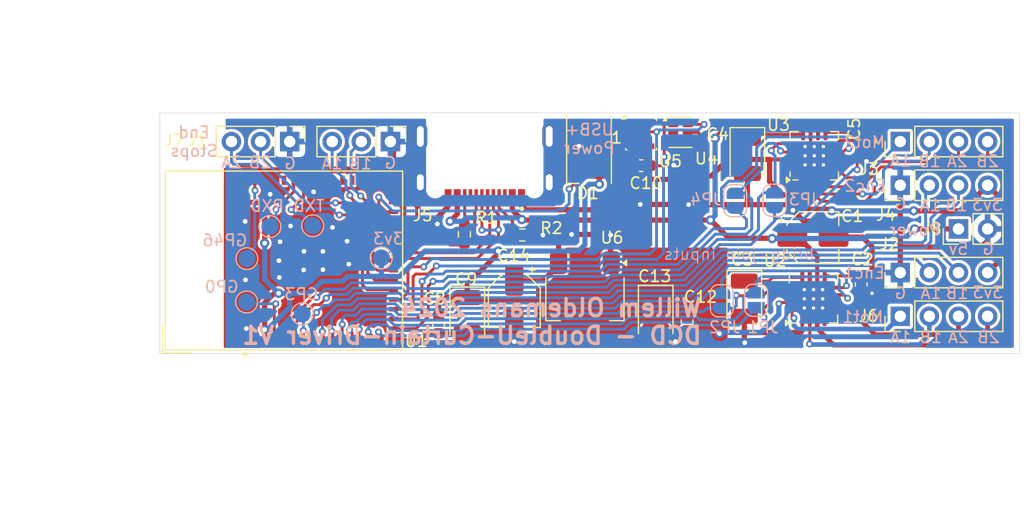
<source format=kicad_pcb>
(kicad_pcb
	(version 20240108)
	(generator "pcbnew")
	(generator_version "8.0")
	(general
		(thickness 1.6)
		(legacy_teardrops no)
	)
	(paper "A4")
	(layers
		(0 "F.Cu" signal)
		(31 "B.Cu" signal)
		(32 "B.Adhes" user "B.Adhesive")
		(33 "F.Adhes" user "F.Adhesive")
		(34 "B.Paste" user)
		(35 "F.Paste" user)
		(36 "B.SilkS" user "B.Silkscreen")
		(37 "F.SilkS" user "F.Silkscreen")
		(38 "B.Mask" user)
		(39 "F.Mask" user)
		(40 "Dwgs.User" user "User.Drawings")
		(41 "Cmts.User" user "User.Comments")
		(42 "Eco1.User" user "User.Eco1")
		(43 "Eco2.User" user "User.Eco2")
		(44 "Edge.Cuts" user)
		(45 "Margin" user)
		(46 "B.CrtYd" user "B.Courtyard")
		(47 "F.CrtYd" user "F.Courtyard")
		(48 "B.Fab" user)
		(49 "F.Fab" user)
		(50 "User.1" user)
		(51 "User.2" user)
		(52 "User.3" user)
		(53 "User.4" user)
		(54 "User.5" user)
		(55 "User.6" user)
		(56 "User.7" user)
		(57 "User.8" user)
		(58 "User.9" user)
	)
	(setup
		(pad_to_mask_clearance 0)
		(allow_soldermask_bridges_in_footprints no)
		(pcbplotparams
			(layerselection 0x00010fc_ffffffff)
			(plot_on_all_layers_selection 0x0000000_00000000)
			(disableapertmacros no)
			(usegerberextensions no)
			(usegerberattributes yes)
			(usegerberadvancedattributes yes)
			(creategerberjobfile yes)
			(dashed_line_dash_ratio 12.000000)
			(dashed_line_gap_ratio 3.000000)
			(svgprecision 4)
			(plotframeref no)
			(viasonmask no)
			(mode 1)
			(useauxorigin no)
			(hpglpennumber 1)
			(hpglpenspeed 20)
			(hpglpendiameter 15.000000)
			(pdf_front_fp_property_popups yes)
			(pdf_back_fp_property_popups yes)
			(dxfpolygonmode yes)
			(dxfimperialunits yes)
			(dxfusepcbnewfont yes)
			(psnegative no)
			(psa4output no)
			(plotreference yes)
			(plotvalue yes)
			(plotfptext yes)
			(plotinvisibletext no)
			(sketchpadsonfab no)
			(subtractmaskfromsilk no)
			(outputformat 1)
			(mirror no)
			(drillshape 1)
			(scaleselection 1)
			(outputdirectory "")
		)
	)
	(net 0 "")
	(net 1 "+5V")
	(net 2 "GND")
	(net 3 "Net-(U2-VCP)")
	(net 4 "Net-(U3-VCP)")
	(net 5 "+3V3")
	(net 6 "unconnected-(D1-DOUT-Pad1)")
	(net 7 "/LED_DATA")
	(net 8 "/END_1A")
	(net 9 "/END_1B")
	(net 10 "/ENC_1B")
	(net 11 "/ENC_1A")
	(net 12 "/MOT2_OUT_2A")
	(net 13 "/MOT2_OUT_1B")
	(net 14 "/MOT2_OUT_2B")
	(net 15 "/MOT2_OUT_1A")
	(net 16 "/ENC_2B")
	(net 17 "/ENC_2A")
	(net 18 "/VINT1")
	(net 19 "/USB_N")
	(net 20 "/USB_P")
	(net 21 "/VINT2")
	(net 22 "/MOT1_OUT_1B")
	(net 23 "/MOT1_OUT_1A")
	(net 24 "/MOT1_OUT_2A")
	(net 25 "/MOT1_OUT_2B")
	(net 26 "/END_2A")
	(net 27 "/END_2B")
	(net 28 "/MOT1_CTLA1")
	(net 29 "/MOT1_CTLB1")
	(net 30 "/MOT1_CTLB2")
	(net 31 "/MOT1_CTLA2")
	(net 32 "/MOT2_CTLB1")
	(net 33 "/MOT2_CTLA1")
	(net 34 "/MOT2_CTLA2")
	(net 35 "/MOT2_CTLB2")
	(net 36 "/CC2")
	(net 37 "/CC1")
	(net 38 "unconnected-(U1-IO36-Pad32)")
	(net 39 "/SDA")
	(net 40 "unconnected-(U1-IO26-Pad26)")
	(net 41 "unconnected-(U1-IO40-Pad36)")
	(net 42 "/TXD")
	(net 43 "unconnected-(U1-IO45-Pad41)")
	(net 44 "/SCL")
	(net 45 "unconnected-(U1-IO35-Pad31)")
	(net 46 "unconnected-(U1-IO41-Pad37)")
	(net 47 "unconnected-(U1-IO48-Pad30)")
	(net 48 "/RXD")
	(net 49 "unconnected-(U1-IO34-Pad29)")
	(net 50 "/GPIO0")
	(net 51 "unconnected-(U1-IO39-Pad35)")
	(net 52 "unconnected-(U1-IO38-Pad34)")
	(net 53 "unconnected-(U1-IO47-Pad27)")
	(net 54 "unconnected-(U1-IO42-Pad38)")
	(net 55 "unconnected-(U1-IO37-Pad33)")
	(net 56 "/GPIO46")
	(net 57 "unconnected-(U4-INT-Pad2)")
	(net 58 "unconnected-(U4-NC-Pad4)")
	(net 59 "unconnected-(U5-SDO-Pad5)")
	(net 60 "unconnected-(J5-SBU1-PadA8)")
	(net 61 "unconnected-(J5-SBU2-PadB8)")
	(net 62 "/GPIO3")
	(net 63 "unconnected-(U2-~{FAULT}-Pad6)")
	(net 64 "unconnected-(U3-~{FAULT}-Pad6)")
	(footprint "Capacitor_Tantalum_SMD:CP_EIA-3528-21_Kemet-B" (layer "F.Cu") (at 119.634 84.8556 -90))
	(footprint "Capacitor_SMD:C_0603_1608Metric" (layer "F.Cu") (at 100.7 85.8 -90))
	(footprint "Capacitor_SMD:C_0603_1608Metric" (layer "F.Cu") (at 118.364 71.95))
	(footprint "Capacitor_Tantalum_SMD:CP_EIA-3528-21_Kemet-B" (layer "F.Cu") (at 103.2 85 -90))
	(footprint "Connector_PinHeader_2.54mm:PinHeader_1x02_P2.54mm_Vertical" (layer "F.Cu") (at 146.05 77.47 90))
	(footprint "Capacitor_SMD:C_0603_1608Metric" (layer "F.Cu") (at 138.3284 69.8246 -90))
	(footprint "Connector_PinHeader_2.54mm:PinHeader_1x04_P2.54mm_Vertical" (layer "F.Cu") (at 140.97 69.85 90))
	(footprint "OptoDevice:AMS_TSL25911FN" (layer "F.Cu") (at 121.7989 69.05))
	(footprint "Resistor_SMD:R_0603_1608Metric" (layer "F.Cu") (at 108 78 180))
	(footprint "Connector_PinHeader_2.54mm:PinHeader_1x04_P2.54mm_Vertical" (layer "F.Cu") (at 140.97 85.09 90))
	(footprint "Capacitor_Tantalum_SMD:CP_EIA-3528-21_Kemet-B" (layer "F.Cu") (at 127.635 71.0888 -90))
	(footprint "Connector_PinHeader_2.54mm:PinHeader_1x04_P2.54mm_Vertical" (layer "F.Cu") (at 140.97 73.66 90))
	(footprint "Capacitor_Tantalum_SMD:CP_EIA-3528-21_Kemet-B" (layer "F.Cu") (at 127.3639 83.5562 -90))
	(footprint "Capacitor_SMD:CP_Elec_4x5.4" (layer "F.Cu") (at 107.3 83.8 -90))
	(footprint "RF_Module:ESP32-S2-MINI-1" (layer "F.Cu") (at 87.2082 80.2236 90))
	(footprint "Package_DFN_QFN:Texas_RTY_WQFN-16-1EP_4x4mm_P0.65mm_EP2.1x2.1mm_ThermalVias" (layer "F.Cu") (at 133.4687 71.0848 90))
	(footprint "Connector_PinHeader_2.54mm:PinHeader_1x03_P2.54mm_Vertical" (layer "F.Cu") (at 96.4946 69.85 -90))
	(footprint "Connector_USB:USB_C_Receptacle_Molex_21699" (layer "F.Cu") (at 104.7242 69.4 180))
	(footprint "Package_DFN_QFN:Texas_RTY_WQFN-16-1EP_4x4mm_P0.65mm_EP2.1x2.1mm_ThermalVias" (layer "F.Cu") (at 133.4008 83.566 90))
	(footprint "Package_TO_SOT_SMD:SOT-223-3_TabPin2" (layer "F.Cu") (at 113.463 83.566 -90))
	(footprint "LED_SMD:LED_SK6812MINI_PLCC4_3.5x3.5mm_P1.75mm" (layer "F.Cu") (at 113.8174 70.55 -90))
	(footprint "Package_LGA:Bosch_LGA-8_2.5x2.5mm_P0.65mm_ClockwisePinNumbering" (layer "F.Cu") (at 118.364 69.225))
	(footprint "Capacitor_SMD:CP_Elec_4x5.4" (layer "F.Cu") (at 133.35 78.232))
	(footprint "Capacitor_SMD:C_0603_1608Metric" (layer "F.Cu") (at 137.5664 82.3214 -90))
	(footprint "Resistor_SMD:R_0603_1608Metric" (layer "F.Cu") (at 102.9462 77.9394 -90))
	(footprint "Capacitor_SMD:C_0603_1608Metric" (layer "F.Cu") (at 122.3772 85.5472 -90))
	(footprint "Connector_PinHeader_2.54mm:PinHeader_1x04_P2.54mm_Vertical" (layer "F.Cu") (at 140.97 81.28 90))
	(footprint "Connector_PinHeader_2.54mm:PinHeader_1x03_P2.54mm_Vertical" (layer "F.Cu") (at 87.7062 69.85 -90))
	(footprint "TestPoint:TestPoint_Pad_D1.5mm" (layer "B.Cu") (at 89.7128 77.1906 180))
	(footprint "TestPoint:TestPoint_Pad_D1.5mm"
		(layer "B.Cu")
		(uuid "204c5549-3e7d-44ce-ab7b
... [313133 chars truncated]
</source>
